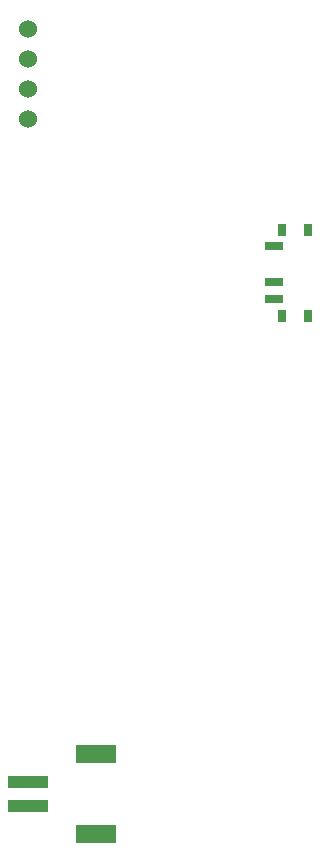
<source format=gbr>
%TF.GenerationSoftware,KiCad,Pcbnew,(5.1.6)-1*%
%TF.CreationDate,2020-07-20T18:07:10+02:00*%
%TF.ProjectId,ESP32-S2-WROOM,45535033-322d-4533-922d-57524f4f4d2e,rev?*%
%TF.SameCoordinates,Original*%
%TF.FileFunction,Paste,Bot*%
%TF.FilePolarity,Positive*%
%FSLAX46Y46*%
G04 Gerber Fmt 4.6, Leading zero omitted, Abs format (unit mm)*
G04 Created by KiCad (PCBNEW (5.1.6)-1) date 2020-07-20 18:07:10*
%MOMM*%
%LPD*%
G01*
G04 APERTURE LIST*
%ADD10R,3.400000X1.500000*%
%ADD11R,3.500000X1.000000*%
%ADD12R,0.800000X1.000000*%
%ADD13R,1.500000X0.700000*%
%ADD14C,1.524000*%
G04 APERTURE END LIST*
D10*
%TO.C,J4*%
X91838500Y-120571000D03*
X91838500Y-113871000D03*
D11*
X86088500Y-118221000D03*
X86088500Y-116221000D03*
%TD*%
D12*
%TO.C,SW3*%
X107551000Y-69438500D03*
X107551000Y-76738500D03*
X109761000Y-76738500D03*
X109761000Y-69438500D03*
D13*
X106901000Y-75338500D03*
X106901000Y-73838500D03*
X106901000Y-70838500D03*
%TD*%
D14*
%TO.C,J5*%
X86042500Y-60071000D03*
X86042500Y-57531000D03*
X86042500Y-54991000D03*
X86042500Y-52451000D03*
%TD*%
M02*

</source>
